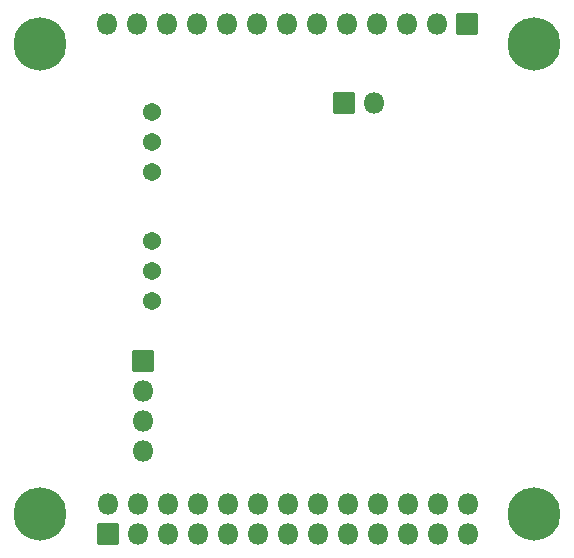
<source format=gbs>
G04 #@! TF.GenerationSoftware,KiCad,Pcbnew,6.0.11*
G04 #@! TF.CreationDate,2025-10-14T23:18:51+03:00*
G04 #@! TF.ProjectId,rns-gate,726e732d-6761-4746-952e-6b696361645f,rev?*
G04 #@! TF.SameCoordinates,Original*
G04 #@! TF.FileFunction,Soldermask,Bot*
G04 #@! TF.FilePolarity,Negative*
%FSLAX46Y46*%
G04 Gerber Fmt 4.6, Leading zero omitted, Abs format (unit mm)*
G04 Created by KiCad (PCBNEW 6.0.11) date 2025-10-14 23:18:51*
%MOMM*%
%LPD*%
G01*
G04 APERTURE LIST*
G04 Aperture macros list*
%AMRoundRect*
0 Rectangle with rounded corners*
0 $1 Rounding radius*
0 $2 $3 $4 $5 $6 $7 $8 $9 X,Y pos of 4 corners*
0 Add a 4 corners polygon primitive as box body*
4,1,4,$2,$3,$4,$5,$6,$7,$8,$9,$2,$3,0*
0 Add four circle primitives for the rounded corners*
1,1,$1+$1,$2,$3*
1,1,$1+$1,$4,$5*
1,1,$1+$1,$6,$7*
1,1,$1+$1,$8,$9*
0 Add four rect primitives between the rounded corners*
20,1,$1+$1,$2,$3,$4,$5,0*
20,1,$1+$1,$4,$5,$6,$7,0*
20,1,$1+$1,$6,$7,$8,$9,0*
20,1,$1+$1,$8,$9,$2,$3,0*%
G04 Aperture macros list end*
%ADD10RoundRect,0.051000X0.850000X-0.850000X0.850000X0.850000X-0.850000X0.850000X-0.850000X-0.850000X0*%
%ADD11O,1.802000X1.802000*%
%ADD12RoundRect,0.051000X-0.850000X0.850000X-0.850000X-0.850000X0.850000X-0.850000X0.850000X0.850000X0*%
%ADD13C,0.802000*%
%ADD14C,4.502000*%
%ADD15C,1.542000*%
%ADD16RoundRect,0.051000X-0.850000X-0.850000X0.850000X-0.850000X0.850000X0.850000X-0.850000X0.850000X0*%
G04 APERTURE END LIST*
D10*
G04 #@! TO.C,J2*
X170708000Y-95410000D03*
D11*
X170708000Y-92870000D03*
X173248000Y-95410000D03*
X173248000Y-92870000D03*
X175788000Y-95410000D03*
X175788000Y-92870000D03*
X178328000Y-95410000D03*
X178328000Y-92870000D03*
X180868000Y-95410000D03*
X180868000Y-92870000D03*
X183408000Y-95410000D03*
X183408000Y-92870000D03*
X185948000Y-95410000D03*
X185948000Y-92870000D03*
X188488000Y-95410000D03*
X188488000Y-92870000D03*
X191028000Y-95410000D03*
X191028000Y-92870000D03*
X193568000Y-95410000D03*
X193568000Y-92870000D03*
X196108000Y-95410000D03*
X196108000Y-92870000D03*
X198648000Y-95410000D03*
X198648000Y-92870000D03*
X201188000Y-95410000D03*
X201188000Y-92870000D03*
G04 #@! TD*
D12*
G04 #@! TO.C,J1*
X201158000Y-52210000D03*
D11*
X198618000Y-52210000D03*
X196078000Y-52210000D03*
X193538000Y-52210000D03*
X190998000Y-52210000D03*
X188458000Y-52210000D03*
X185918000Y-52210000D03*
X183378000Y-52210000D03*
X180838000Y-52210000D03*
X178298000Y-52210000D03*
X175758000Y-52210000D03*
X173218000Y-52210000D03*
X170678000Y-52210000D03*
G04 #@! TD*
D13*
G04 #@! TO.C,REF1*
X166166726Y-52743274D03*
X165000000Y-55560000D03*
D14*
X165000000Y-53910000D03*
D13*
X163833274Y-55076726D03*
X166650000Y-53910000D03*
X163350000Y-53910000D03*
X163833274Y-52743274D03*
X165000000Y-52260000D03*
X166166726Y-55076726D03*
G04 #@! TD*
G04 #@! TO.C,REF3*
X166166726Y-92543274D03*
X165000000Y-95360000D03*
X163350000Y-93710000D03*
X166166726Y-94876726D03*
X165000000Y-92060000D03*
X163833274Y-92543274D03*
X166650000Y-93710000D03*
X163833274Y-94876726D03*
D14*
X165000000Y-93710000D03*
G04 #@! TD*
D13*
G04 #@! TO.C,REF2*
X208450000Y-53910000D03*
X206800000Y-55560000D03*
X207966726Y-52743274D03*
X206800000Y-52260000D03*
D14*
X206800000Y-53910000D03*
D13*
X205150000Y-53910000D03*
X205633274Y-52743274D03*
X207966726Y-55076726D03*
X205633274Y-55076726D03*
G04 #@! TD*
G04 #@! TO.C,REF4*
X205633274Y-94876726D03*
X207966726Y-92543274D03*
X206800000Y-92060000D03*
X208450000Y-93710000D03*
X205150000Y-93710000D03*
X205633274Y-92543274D03*
X206800000Y-95360000D03*
D14*
X206800000Y-93710000D03*
D13*
X207966726Y-94876726D03*
G04 #@! TD*
D10*
G04 #@! TO.C,J3*
X190749000Y-58928000D03*
D11*
X193289000Y-58928000D03*
G04 #@! TD*
D15*
G04 #@! TO.C,RV2*
X174498000Y-64780000D03*
X174498000Y-62240000D03*
X174498000Y-59700000D03*
G04 #@! TD*
D16*
G04 #@! TO.C,J5*
X173736000Y-80782000D03*
D11*
X173736000Y-83322000D03*
X173736000Y-85862000D03*
X173736000Y-88402000D03*
G04 #@! TD*
D15*
G04 #@! TO.C,RV1*
X174498000Y-75702000D03*
X174498000Y-73162000D03*
X174498000Y-70622000D03*
G04 #@! TD*
M02*

</source>
